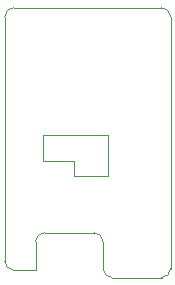
<source format=gbr>
G04 #@! TF.GenerationSoftware,KiCad,Pcbnew,5.1.7-a382d34a8~87~ubuntu18.04.1*
G04 #@! TF.CreationDate,2021-02-14T20:43:55-05:00*
G04 #@! TF.ProjectId,FLASH_MOD,464c4153-485f-44d4-9f44-2e6b69636164,0*
G04 #@! TF.SameCoordinates,Original*
G04 #@! TF.FileFunction,Profile,NP*
%FSLAX46Y46*%
G04 Gerber Fmt 4.6, Leading zero omitted, Abs format (unit mm)*
G04 Created by KiCad (PCBNEW 5.1.7-a382d34a8~87~ubuntu18.04.1) date 2021-02-14 20:43:55*
%MOMM*%
%LPD*%
G01*
G04 APERTURE LIST*
G04 #@! TA.AperFunction,Profile*
%ADD10C,0.100000*%
G04 #@! TD*
G04 APERTURE END LIST*
D10*
X214312500Y-89535000D02*
G75*
G02*
X213550500Y-88773000I0J762000D01*
G01*
X212788500Y-85725000D02*
G75*
G02*
X213550500Y-86487000I0J-762000D01*
G01*
X207835500Y-86487000D02*
G75*
G02*
X208597500Y-85725000I762000J0D01*
G01*
X219265500Y-88773000D02*
G75*
G02*
X218503500Y-89535000I-762000J0D01*
G01*
X218503500Y-66675000D02*
G75*
G02*
X219265500Y-67437000I0J-762000D01*
G01*
X205994000Y-88900000D02*
G75*
G02*
X205232000Y-88138000I0J762000D01*
G01*
X205232000Y-67437000D02*
G75*
G02*
X205994000Y-66675000I762000J0D01*
G01*
X218503500Y-66675000D02*
X205994000Y-66675000D01*
X211074000Y-79624000D02*
X208475000Y-79624000D01*
X205232000Y-81788000D02*
X205232000Y-67437000D01*
X205232000Y-88138000D02*
X205232000Y-81788000D01*
X207840000Y-88900000D02*
X205994000Y-88900000D01*
X218503500Y-89535000D02*
X214312500Y-89530000D01*
X212788500Y-85725000D02*
X208597500Y-85720000D01*
X213550500Y-88773000D02*
X213555000Y-86487000D01*
X211074000Y-80894000D02*
X211074000Y-79624000D01*
X213936000Y-80894000D02*
X211074000Y-80899000D01*
X213936000Y-77465000D02*
X213936000Y-80894000D01*
X208475000Y-77465000D02*
X213936000Y-77465000D01*
X208475000Y-79624000D02*
X208475000Y-77465000D01*
X219265500Y-67437000D02*
X219265500Y-88773000D01*
X207840000Y-88900000D02*
X207835500Y-86487000D01*
M02*

</source>
